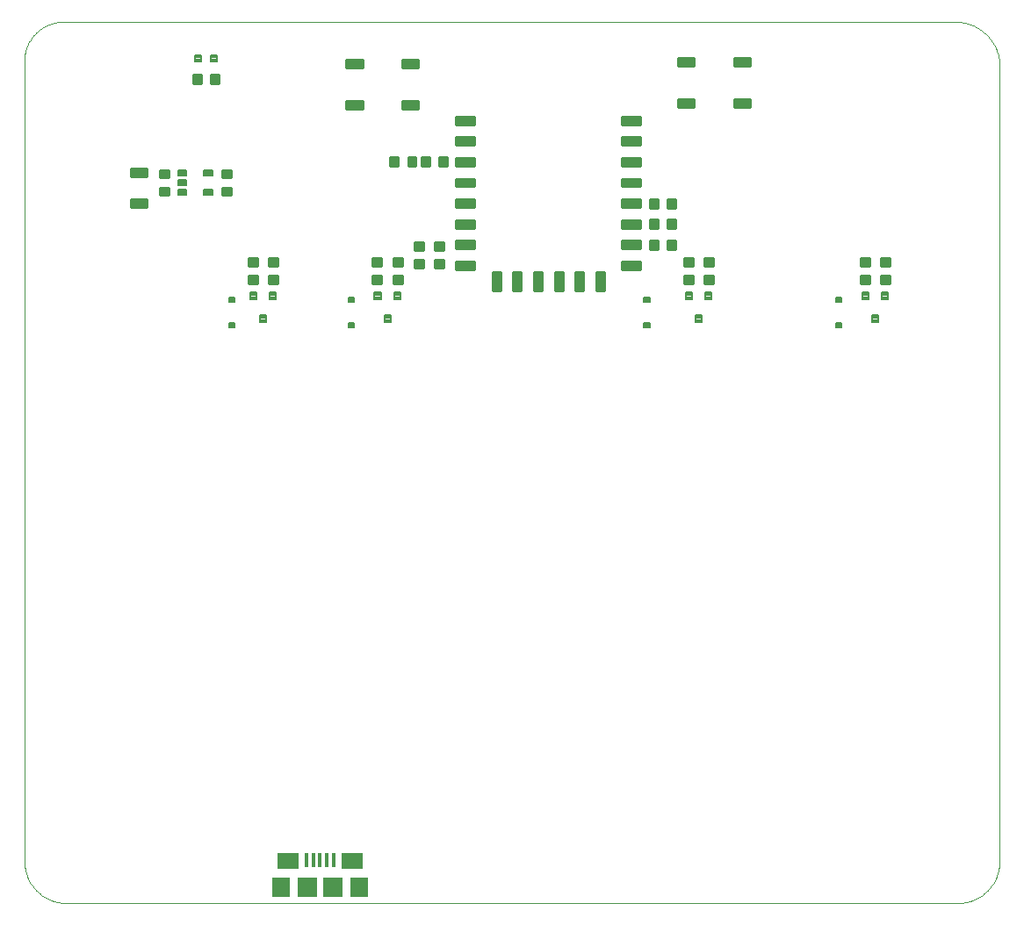
<source format=gtp>
G75*
%MOIN*%
%OFA0B0*%
%FSLAX25Y25*%
%IPPOS*%
%LPD*%
%AMOC8*
5,1,8,0,0,1.08239X$1,22.5*
%
%ADD10C,0.00000*%
%ADD11C,0.00984*%
%ADD12C,0.00787*%
%ADD13C,0.00689*%
%ADD14R,0.01575X0.05315*%
%ADD15R,0.08268X0.06299*%
%ADD16R,0.07087X0.07480*%
%ADD17R,0.07480X0.07480*%
%ADD18C,0.00551*%
D10*
X0064523Y0024622D02*
X0064523Y0327772D01*
X0064503Y0328129D01*
X0064492Y0328486D01*
X0064490Y0328844D01*
X0064497Y0329201D01*
X0064512Y0329559D01*
X0064535Y0329915D01*
X0064568Y0330271D01*
X0064609Y0330627D01*
X0064658Y0330981D01*
X0064716Y0331334D01*
X0064783Y0331685D01*
X0064858Y0332035D01*
X0064941Y0332382D01*
X0065033Y0332728D01*
X0065133Y0333071D01*
X0065242Y0333412D01*
X0065358Y0333750D01*
X0065483Y0334085D01*
X0065616Y0334417D01*
X0065757Y0334746D01*
X0065905Y0335071D01*
X0066062Y0335392D01*
X0066226Y0335710D01*
X0066398Y0336024D01*
X0066577Y0336333D01*
X0066764Y0336638D01*
X0066958Y0336938D01*
X0067159Y0337234D01*
X0067368Y0337524D01*
X0067583Y0337810D01*
X0067805Y0338090D01*
X0068034Y0338365D01*
X0068270Y0338634D01*
X0068512Y0338897D01*
X0068760Y0339154D01*
X0069014Y0339406D01*
X0069274Y0339651D01*
X0069541Y0339890D01*
X0069813Y0340122D01*
X0070090Y0340348D01*
X0070373Y0340566D01*
X0070661Y0340778D01*
X0070954Y0340983D01*
X0071252Y0341181D01*
X0071554Y0341372D01*
X0071861Y0341555D01*
X0072173Y0341731D01*
X0072488Y0341899D01*
X0072808Y0342059D01*
X0073131Y0342212D01*
X0073458Y0342357D01*
X0073788Y0342493D01*
X0074122Y0342622D01*
X0074459Y0342743D01*
X0074798Y0342856D01*
X0075140Y0342960D01*
X0075484Y0343056D01*
X0075831Y0343144D01*
X0076180Y0343223D01*
X0076530Y0343294D01*
X0076882Y0343356D01*
X0077236Y0343410D01*
X0077591Y0343455D01*
X0077946Y0343492D01*
X0078303Y0343520D01*
X0078302Y0343520D02*
X0416885Y0343520D01*
X0416885Y0343519D02*
X0417296Y0343538D01*
X0417707Y0343547D01*
X0418118Y0343546D01*
X0418530Y0343535D01*
X0418940Y0343514D01*
X0419351Y0343482D01*
X0419760Y0343441D01*
X0420168Y0343390D01*
X0420575Y0343328D01*
X0420980Y0343257D01*
X0421383Y0343175D01*
X0421784Y0343084D01*
X0422183Y0342983D01*
X0422579Y0342873D01*
X0422973Y0342752D01*
X0423363Y0342622D01*
X0423750Y0342482D01*
X0424133Y0342333D01*
X0424513Y0342175D01*
X0424888Y0342007D01*
X0425260Y0341830D01*
X0425627Y0341645D01*
X0425989Y0341450D01*
X0426346Y0341246D01*
X0426699Y0341034D01*
X0427046Y0340813D01*
X0427387Y0340583D01*
X0427723Y0340345D01*
X0428053Y0340100D01*
X0428376Y0339846D01*
X0428694Y0339584D01*
X0429004Y0339314D01*
X0429308Y0339037D01*
X0429606Y0338753D01*
X0429896Y0338461D01*
X0430179Y0338163D01*
X0430454Y0337857D01*
X0430722Y0337545D01*
X0430982Y0337226D01*
X0431234Y0336901D01*
X0431479Y0336570D01*
X0431715Y0336233D01*
X0431942Y0335891D01*
X0432161Y0335542D01*
X0432372Y0335189D01*
X0432574Y0334831D01*
X0432767Y0334467D01*
X0432951Y0334099D01*
X0433126Y0333727D01*
X0433291Y0333351D01*
X0433448Y0332970D01*
X0433595Y0332586D01*
X0433732Y0332198D01*
X0433860Y0331807D01*
X0433979Y0331413D01*
X0434088Y0331017D01*
X0434186Y0330617D01*
X0434276Y0330216D01*
X0434355Y0329812D01*
X0434424Y0329407D01*
X0434483Y0328999D01*
X0434533Y0328591D01*
X0434572Y0328182D01*
X0434601Y0327771D01*
X0434602Y0327772D02*
X0434602Y0024622D01*
X0434597Y0024241D01*
X0434584Y0023861D01*
X0434561Y0023481D01*
X0434528Y0023102D01*
X0434487Y0022724D01*
X0434437Y0022347D01*
X0434377Y0021971D01*
X0434309Y0021596D01*
X0434231Y0021224D01*
X0434144Y0020853D01*
X0434049Y0020485D01*
X0433944Y0020119D01*
X0433831Y0019756D01*
X0433709Y0019395D01*
X0433579Y0019038D01*
X0433439Y0018684D01*
X0433292Y0018333D01*
X0433135Y0017986D01*
X0432971Y0017643D01*
X0432798Y0017304D01*
X0432617Y0016969D01*
X0432428Y0016638D01*
X0432231Y0016313D01*
X0432027Y0015992D01*
X0431814Y0015676D01*
X0431594Y0015366D01*
X0431367Y0015060D01*
X0431132Y0014761D01*
X0430890Y0014467D01*
X0430642Y0014179D01*
X0430386Y0013897D01*
X0430123Y0013622D01*
X0429854Y0013353D01*
X0429579Y0013090D01*
X0429297Y0012834D01*
X0429009Y0012586D01*
X0428715Y0012344D01*
X0428416Y0012109D01*
X0428110Y0011882D01*
X0427800Y0011662D01*
X0427484Y0011449D01*
X0427163Y0011245D01*
X0426838Y0011048D01*
X0426507Y0010859D01*
X0426172Y0010678D01*
X0425833Y0010505D01*
X0425490Y0010341D01*
X0425143Y0010184D01*
X0424792Y0010037D01*
X0424438Y0009897D01*
X0424081Y0009767D01*
X0423720Y0009645D01*
X0423357Y0009532D01*
X0422991Y0009427D01*
X0422623Y0009332D01*
X0422252Y0009245D01*
X0421880Y0009167D01*
X0421505Y0009099D01*
X0421129Y0009039D01*
X0420752Y0008989D01*
X0420374Y0008948D01*
X0419995Y0008915D01*
X0419615Y0008892D01*
X0419235Y0008879D01*
X0418854Y0008874D01*
X0080271Y0008874D01*
X0079890Y0008879D01*
X0079510Y0008892D01*
X0079130Y0008915D01*
X0078751Y0008948D01*
X0078373Y0008989D01*
X0077996Y0009039D01*
X0077620Y0009099D01*
X0077245Y0009167D01*
X0076873Y0009245D01*
X0076502Y0009332D01*
X0076134Y0009427D01*
X0075768Y0009532D01*
X0075405Y0009645D01*
X0075044Y0009767D01*
X0074687Y0009897D01*
X0074333Y0010037D01*
X0073982Y0010184D01*
X0073635Y0010341D01*
X0073292Y0010505D01*
X0072953Y0010678D01*
X0072618Y0010859D01*
X0072287Y0011048D01*
X0071962Y0011245D01*
X0071641Y0011449D01*
X0071325Y0011662D01*
X0071015Y0011882D01*
X0070709Y0012109D01*
X0070410Y0012344D01*
X0070116Y0012586D01*
X0069828Y0012834D01*
X0069546Y0013090D01*
X0069271Y0013353D01*
X0069002Y0013622D01*
X0068739Y0013897D01*
X0068483Y0014179D01*
X0068235Y0014467D01*
X0067993Y0014761D01*
X0067758Y0015060D01*
X0067531Y0015366D01*
X0067311Y0015676D01*
X0067098Y0015992D01*
X0066894Y0016313D01*
X0066697Y0016638D01*
X0066508Y0016969D01*
X0066327Y0017304D01*
X0066154Y0017643D01*
X0065990Y0017986D01*
X0065833Y0018333D01*
X0065686Y0018684D01*
X0065546Y0019038D01*
X0065416Y0019395D01*
X0065294Y0019756D01*
X0065181Y0020119D01*
X0065076Y0020485D01*
X0064981Y0020853D01*
X0064894Y0021224D01*
X0064816Y0021596D01*
X0064748Y0021971D01*
X0064688Y0022347D01*
X0064638Y0022724D01*
X0064597Y0023102D01*
X0064564Y0023481D01*
X0064541Y0023861D01*
X0064528Y0024241D01*
X0064523Y0024622D01*
D11*
X0149464Y0244209D02*
X0149464Y0247161D01*
X0152810Y0247161D01*
X0152810Y0244209D01*
X0149464Y0244209D01*
X0149464Y0245144D02*
X0152810Y0245144D01*
X0152810Y0246079D02*
X0149464Y0246079D01*
X0149464Y0247014D02*
X0152810Y0247014D01*
X0149464Y0250902D02*
X0149464Y0253854D01*
X0152810Y0253854D01*
X0152810Y0250902D01*
X0149464Y0250902D01*
X0149464Y0251837D02*
X0152810Y0251837D01*
X0152810Y0252772D02*
X0149464Y0252772D01*
X0149464Y0253707D02*
X0152810Y0253707D01*
X0157338Y0253854D02*
X0157338Y0250902D01*
X0157338Y0253854D02*
X0160684Y0253854D01*
X0160684Y0250902D01*
X0157338Y0250902D01*
X0157338Y0251837D02*
X0160684Y0251837D01*
X0160684Y0252772D02*
X0157338Y0252772D01*
X0157338Y0253707D02*
X0160684Y0253707D01*
X0157338Y0247161D02*
X0157338Y0244209D01*
X0157338Y0247161D02*
X0160684Y0247161D01*
X0160684Y0244209D01*
X0157338Y0244209D01*
X0157338Y0245144D02*
X0160684Y0245144D01*
X0160684Y0246079D02*
X0157338Y0246079D01*
X0157338Y0247014D02*
X0160684Y0247014D01*
X0139622Y0277674D02*
X0139622Y0280626D01*
X0142968Y0280626D01*
X0142968Y0277674D01*
X0139622Y0277674D01*
X0139622Y0278609D02*
X0142968Y0278609D01*
X0142968Y0279544D02*
X0139622Y0279544D01*
X0139622Y0280479D02*
X0142968Y0280479D01*
X0139622Y0284367D02*
X0139622Y0287319D01*
X0142968Y0287319D01*
X0142968Y0284367D01*
X0139622Y0284367D01*
X0139622Y0285302D02*
X0142968Y0285302D01*
X0142968Y0286237D02*
X0139622Y0286237D01*
X0139622Y0287172D02*
X0142968Y0287172D01*
X0116000Y0287319D02*
X0116000Y0284367D01*
X0116000Y0287319D02*
X0119346Y0287319D01*
X0119346Y0284367D01*
X0116000Y0284367D01*
X0116000Y0285302D02*
X0119346Y0285302D01*
X0119346Y0286237D02*
X0116000Y0286237D01*
X0116000Y0287172D02*
X0119346Y0287172D01*
X0116000Y0280626D02*
X0116000Y0277674D01*
X0116000Y0280626D02*
X0119346Y0280626D01*
X0119346Y0277674D01*
X0116000Y0277674D01*
X0116000Y0278609D02*
X0119346Y0278609D01*
X0119346Y0279544D02*
X0116000Y0279544D01*
X0116000Y0280479D02*
X0119346Y0280479D01*
X0104779Y0276098D02*
X0104779Y0273146D01*
X0104779Y0276098D02*
X0110881Y0276098D01*
X0110881Y0273146D01*
X0104779Y0273146D01*
X0104779Y0274081D02*
X0110881Y0274081D01*
X0110881Y0275016D02*
X0104779Y0275016D01*
X0104779Y0275951D02*
X0110881Y0275951D01*
X0104779Y0284957D02*
X0104779Y0287909D01*
X0110881Y0287909D01*
X0110881Y0284957D01*
X0104779Y0284957D01*
X0104779Y0285892D02*
X0110881Y0285892D01*
X0110881Y0286827D02*
X0104779Y0286827D01*
X0104779Y0287762D02*
X0110881Y0287762D01*
X0128598Y0320193D02*
X0131550Y0320193D01*
X0128598Y0320193D02*
X0128598Y0323539D01*
X0131550Y0323539D01*
X0131550Y0320193D01*
X0131550Y0321128D02*
X0128598Y0321128D01*
X0128598Y0322063D02*
X0131550Y0322063D01*
X0131550Y0322998D02*
X0128598Y0322998D01*
X0135291Y0320193D02*
X0138243Y0320193D01*
X0135291Y0320193D02*
X0135291Y0323539D01*
X0138243Y0323539D01*
X0138243Y0320193D01*
X0138243Y0321128D02*
X0135291Y0321128D01*
X0135291Y0322063D02*
X0138243Y0322063D01*
X0138243Y0322998D02*
X0135291Y0322998D01*
X0186669Y0329248D02*
X0192771Y0329248D01*
X0192771Y0326296D01*
X0186669Y0326296D01*
X0186669Y0329248D01*
X0186669Y0327231D02*
X0192771Y0327231D01*
X0192771Y0328166D02*
X0186669Y0328166D01*
X0186669Y0329101D02*
X0192771Y0329101D01*
X0192771Y0313500D02*
X0186669Y0313500D01*
X0192771Y0313500D02*
X0192771Y0310548D01*
X0186669Y0310548D01*
X0186669Y0313500D01*
X0186669Y0311483D02*
X0192771Y0311483D01*
X0192771Y0312418D02*
X0186669Y0312418D01*
X0186669Y0313353D02*
X0192771Y0313353D01*
X0207929Y0313500D02*
X0214031Y0313500D01*
X0214031Y0310548D01*
X0207929Y0310548D01*
X0207929Y0313500D01*
X0207929Y0311483D02*
X0214031Y0311483D01*
X0214031Y0312418D02*
X0207929Y0312418D01*
X0207929Y0313353D02*
X0214031Y0313353D01*
X0214031Y0329248D02*
X0207929Y0329248D01*
X0214031Y0329248D02*
X0214031Y0326296D01*
X0207929Y0326296D01*
X0207929Y0329248D01*
X0207929Y0327231D02*
X0214031Y0327231D01*
X0214031Y0328166D02*
X0207929Y0328166D01*
X0207929Y0329101D02*
X0214031Y0329101D01*
X0228401Y0304642D02*
X0235291Y0304642D01*
X0228401Y0304642D02*
X0228401Y0307594D01*
X0235291Y0307594D01*
X0235291Y0304642D01*
X0235291Y0305577D02*
X0228401Y0305577D01*
X0228401Y0306512D02*
X0235291Y0306512D01*
X0235291Y0307447D02*
X0228401Y0307447D01*
X0228401Y0296768D02*
X0235291Y0296768D01*
X0228401Y0296768D02*
X0228401Y0299720D01*
X0235291Y0299720D01*
X0235291Y0296768D01*
X0235291Y0297703D02*
X0228401Y0297703D01*
X0228401Y0298638D02*
X0235291Y0298638D01*
X0235291Y0299573D02*
X0228401Y0299573D01*
X0228401Y0288894D02*
X0235291Y0288894D01*
X0228401Y0288894D02*
X0228401Y0291846D01*
X0235291Y0291846D01*
X0235291Y0288894D01*
X0235291Y0289829D02*
X0228401Y0289829D01*
X0228401Y0290764D02*
X0235291Y0290764D01*
X0235291Y0291699D02*
X0228401Y0291699D01*
X0224857Y0292043D02*
X0221905Y0292043D01*
X0224857Y0292043D02*
X0224857Y0288697D01*
X0221905Y0288697D01*
X0221905Y0292043D01*
X0221905Y0289632D02*
X0224857Y0289632D01*
X0224857Y0290567D02*
X0221905Y0290567D01*
X0221905Y0291502D02*
X0224857Y0291502D01*
X0218164Y0292043D02*
X0215212Y0292043D01*
X0218164Y0292043D02*
X0218164Y0288697D01*
X0215212Y0288697D01*
X0215212Y0292043D01*
X0215212Y0289632D02*
X0218164Y0289632D01*
X0218164Y0290567D02*
X0215212Y0290567D01*
X0215212Y0291502D02*
X0218164Y0291502D01*
X0213046Y0288697D02*
X0210094Y0288697D01*
X0210094Y0292043D01*
X0213046Y0292043D01*
X0213046Y0288697D01*
X0213046Y0289632D02*
X0210094Y0289632D01*
X0210094Y0290567D02*
X0213046Y0290567D01*
X0213046Y0291502D02*
X0210094Y0291502D01*
X0206353Y0288697D02*
X0203401Y0288697D01*
X0203401Y0292043D01*
X0206353Y0292043D01*
X0206353Y0288697D01*
X0206353Y0289632D02*
X0203401Y0289632D01*
X0203401Y0290567D02*
X0206353Y0290567D01*
X0206353Y0291502D02*
X0203401Y0291502D01*
X0228401Y0281020D02*
X0235291Y0281020D01*
X0228401Y0281020D02*
X0228401Y0283972D01*
X0235291Y0283972D01*
X0235291Y0281020D01*
X0235291Y0281955D02*
X0228401Y0281955D01*
X0228401Y0282890D02*
X0235291Y0282890D01*
X0235291Y0283825D02*
X0228401Y0283825D01*
X0228401Y0273146D02*
X0235291Y0273146D01*
X0228401Y0273146D02*
X0228401Y0276098D01*
X0235291Y0276098D01*
X0235291Y0273146D01*
X0235291Y0274081D02*
X0228401Y0274081D01*
X0228401Y0275016D02*
X0235291Y0275016D01*
X0235291Y0275951D02*
X0228401Y0275951D01*
X0228401Y0265272D02*
X0235291Y0265272D01*
X0228401Y0265272D02*
X0228401Y0268224D01*
X0235291Y0268224D01*
X0235291Y0265272D01*
X0235291Y0266207D02*
X0228401Y0266207D01*
X0228401Y0267142D02*
X0235291Y0267142D01*
X0235291Y0268077D02*
X0228401Y0268077D01*
X0228401Y0257398D02*
X0235291Y0257398D01*
X0228401Y0257398D02*
X0228401Y0260350D01*
X0235291Y0260350D01*
X0235291Y0257398D01*
X0235291Y0258333D02*
X0228401Y0258333D01*
X0228401Y0259268D02*
X0235291Y0259268D01*
X0235291Y0260203D02*
X0228401Y0260203D01*
X0223676Y0259759D02*
X0223676Y0256807D01*
X0220330Y0256807D01*
X0220330Y0259759D01*
X0223676Y0259759D01*
X0223676Y0257742D02*
X0220330Y0257742D01*
X0220330Y0258677D02*
X0223676Y0258677D01*
X0223676Y0259612D02*
X0220330Y0259612D01*
X0215802Y0259759D02*
X0215802Y0256807D01*
X0212456Y0256807D01*
X0212456Y0259759D01*
X0215802Y0259759D01*
X0215802Y0257742D02*
X0212456Y0257742D01*
X0212456Y0258677D02*
X0215802Y0258677D01*
X0215802Y0259612D02*
X0212456Y0259612D01*
X0215802Y0253067D02*
X0215802Y0250115D01*
X0212456Y0250115D01*
X0212456Y0253067D01*
X0215802Y0253067D01*
X0215802Y0251050D02*
X0212456Y0251050D01*
X0212456Y0251985D02*
X0215802Y0251985D01*
X0215802Y0252920D02*
X0212456Y0252920D01*
X0204582Y0253854D02*
X0204582Y0250902D01*
X0204582Y0253854D02*
X0207928Y0253854D01*
X0207928Y0250902D01*
X0204582Y0250902D01*
X0204582Y0251837D02*
X0207928Y0251837D01*
X0207928Y0252772D02*
X0204582Y0252772D01*
X0204582Y0253707D02*
X0207928Y0253707D01*
X0204582Y0247161D02*
X0204582Y0244209D01*
X0204582Y0247161D02*
X0207928Y0247161D01*
X0207928Y0244209D01*
X0204582Y0244209D01*
X0204582Y0245144D02*
X0207928Y0245144D01*
X0207928Y0246079D02*
X0204582Y0246079D01*
X0204582Y0247014D02*
X0207928Y0247014D01*
X0196708Y0247161D02*
X0196708Y0244209D01*
X0196708Y0247161D02*
X0200054Y0247161D01*
X0200054Y0244209D01*
X0196708Y0244209D01*
X0196708Y0245144D02*
X0200054Y0245144D01*
X0200054Y0246079D02*
X0196708Y0246079D01*
X0196708Y0247014D02*
X0200054Y0247014D01*
X0196708Y0250902D02*
X0196708Y0253854D01*
X0200054Y0253854D01*
X0200054Y0250902D01*
X0196708Y0250902D01*
X0196708Y0251837D02*
X0200054Y0251837D01*
X0200054Y0252772D02*
X0196708Y0252772D01*
X0196708Y0253707D02*
X0200054Y0253707D01*
X0223676Y0253067D02*
X0223676Y0250115D01*
X0220330Y0250115D01*
X0220330Y0253067D01*
X0223676Y0253067D01*
X0223676Y0251050D02*
X0220330Y0251050D01*
X0220330Y0251985D02*
X0223676Y0251985D01*
X0223676Y0252920D02*
X0220330Y0252920D01*
X0228401Y0249524D02*
X0235291Y0249524D01*
X0228401Y0249524D02*
X0228401Y0252476D01*
X0235291Y0252476D01*
X0235291Y0249524D01*
X0235291Y0250459D02*
X0228401Y0250459D01*
X0228401Y0251394D02*
X0235291Y0251394D01*
X0235291Y0252329D02*
X0228401Y0252329D01*
X0242181Y0241649D02*
X0245133Y0241649D01*
X0242181Y0241649D02*
X0242181Y0248539D01*
X0245133Y0248539D01*
X0245133Y0241649D01*
X0245133Y0242584D02*
X0242181Y0242584D01*
X0242181Y0243519D02*
X0245133Y0243519D01*
X0245133Y0244454D02*
X0242181Y0244454D01*
X0242181Y0245389D02*
X0245133Y0245389D01*
X0245133Y0246324D02*
X0242181Y0246324D01*
X0242181Y0247259D02*
X0245133Y0247259D01*
X0245133Y0248194D02*
X0242181Y0248194D01*
X0250055Y0241649D02*
X0253007Y0241649D01*
X0250055Y0241649D02*
X0250055Y0248539D01*
X0253007Y0248539D01*
X0253007Y0241649D01*
X0253007Y0242584D02*
X0250055Y0242584D01*
X0250055Y0243519D02*
X0253007Y0243519D01*
X0253007Y0244454D02*
X0250055Y0244454D01*
X0250055Y0245389D02*
X0253007Y0245389D01*
X0253007Y0246324D02*
X0250055Y0246324D01*
X0250055Y0247259D02*
X0253007Y0247259D01*
X0253007Y0248194D02*
X0250055Y0248194D01*
X0257929Y0241649D02*
X0260881Y0241649D01*
X0257929Y0241649D02*
X0257929Y0248539D01*
X0260881Y0248539D01*
X0260881Y0241649D01*
X0260881Y0242584D02*
X0257929Y0242584D01*
X0257929Y0243519D02*
X0260881Y0243519D01*
X0260881Y0244454D02*
X0257929Y0244454D01*
X0257929Y0245389D02*
X0260881Y0245389D01*
X0260881Y0246324D02*
X0257929Y0246324D01*
X0257929Y0247259D02*
X0260881Y0247259D01*
X0260881Y0248194D02*
X0257929Y0248194D01*
X0265803Y0241649D02*
X0268755Y0241649D01*
X0265803Y0241649D02*
X0265803Y0248539D01*
X0268755Y0248539D01*
X0268755Y0241649D01*
X0268755Y0242584D02*
X0265803Y0242584D01*
X0265803Y0243519D02*
X0268755Y0243519D01*
X0268755Y0244454D02*
X0265803Y0244454D01*
X0265803Y0245389D02*
X0268755Y0245389D01*
X0268755Y0246324D02*
X0265803Y0246324D01*
X0265803Y0247259D02*
X0268755Y0247259D01*
X0268755Y0248194D02*
X0265803Y0248194D01*
X0273677Y0241649D02*
X0276629Y0241649D01*
X0273677Y0241649D02*
X0273677Y0248539D01*
X0276629Y0248539D01*
X0276629Y0241649D01*
X0276629Y0242584D02*
X0273677Y0242584D01*
X0273677Y0243519D02*
X0276629Y0243519D01*
X0276629Y0244454D02*
X0273677Y0244454D01*
X0273677Y0245389D02*
X0276629Y0245389D01*
X0276629Y0246324D02*
X0273677Y0246324D01*
X0273677Y0247259D02*
X0276629Y0247259D01*
X0276629Y0248194D02*
X0273677Y0248194D01*
X0281551Y0241649D02*
X0284503Y0241649D01*
X0281551Y0241649D02*
X0281551Y0248539D01*
X0284503Y0248539D01*
X0284503Y0241649D01*
X0284503Y0242584D02*
X0281551Y0242584D01*
X0281551Y0243519D02*
X0284503Y0243519D01*
X0284503Y0244454D02*
X0281551Y0244454D01*
X0281551Y0245389D02*
X0284503Y0245389D01*
X0284503Y0246324D02*
X0281551Y0246324D01*
X0281551Y0247259D02*
X0284503Y0247259D01*
X0284503Y0248194D02*
X0281551Y0248194D01*
X0291393Y0249524D02*
X0298283Y0249524D01*
X0291393Y0249524D02*
X0291393Y0252476D01*
X0298283Y0252476D01*
X0298283Y0249524D01*
X0298283Y0250459D02*
X0291393Y0250459D01*
X0291393Y0251394D02*
X0298283Y0251394D01*
X0298283Y0252329D02*
X0291393Y0252329D01*
X0291393Y0257398D02*
X0298283Y0257398D01*
X0291393Y0257398D02*
X0291393Y0260350D01*
X0298283Y0260350D01*
X0298283Y0257398D01*
X0298283Y0258333D02*
X0291393Y0258333D01*
X0291393Y0259268D02*
X0298283Y0259268D01*
X0298283Y0260203D02*
X0291393Y0260203D01*
X0291393Y0265272D02*
X0298283Y0265272D01*
X0291393Y0265272D02*
X0291393Y0268224D01*
X0298283Y0268224D01*
X0298283Y0265272D01*
X0298283Y0266207D02*
X0291393Y0266207D01*
X0291393Y0267142D02*
X0298283Y0267142D01*
X0298283Y0268077D02*
X0291393Y0268077D01*
X0291393Y0273146D02*
X0298283Y0273146D01*
X0291393Y0273146D02*
X0291393Y0276098D01*
X0298283Y0276098D01*
X0298283Y0273146D01*
X0298283Y0274081D02*
X0291393Y0274081D01*
X0291393Y0275016D02*
X0298283Y0275016D01*
X0298283Y0275951D02*
X0291393Y0275951D01*
X0291393Y0281020D02*
X0298283Y0281020D01*
X0291393Y0281020D02*
X0291393Y0283972D01*
X0298283Y0283972D01*
X0298283Y0281020D01*
X0298283Y0281955D02*
X0291393Y0281955D01*
X0291393Y0282890D02*
X0298283Y0282890D01*
X0298283Y0283825D02*
X0291393Y0283825D01*
X0291393Y0288894D02*
X0298283Y0288894D01*
X0291393Y0288894D02*
X0291393Y0291846D01*
X0298283Y0291846D01*
X0298283Y0288894D01*
X0298283Y0289829D02*
X0291393Y0289829D01*
X0291393Y0290764D02*
X0298283Y0290764D01*
X0298283Y0291699D02*
X0291393Y0291699D01*
X0291393Y0296768D02*
X0298283Y0296768D01*
X0291393Y0296768D02*
X0291393Y0299720D01*
X0298283Y0299720D01*
X0298283Y0296768D01*
X0298283Y0297703D02*
X0291393Y0297703D01*
X0291393Y0298638D02*
X0298283Y0298638D01*
X0298283Y0299573D02*
X0291393Y0299573D01*
X0291393Y0304642D02*
X0298283Y0304642D01*
X0291393Y0304642D02*
X0291393Y0307594D01*
X0298283Y0307594D01*
X0298283Y0304642D01*
X0298283Y0305577D02*
X0291393Y0305577D01*
X0291393Y0306512D02*
X0298283Y0306512D01*
X0298283Y0307447D02*
X0291393Y0307447D01*
X0312574Y0314051D02*
X0318676Y0314051D01*
X0318676Y0311099D01*
X0312574Y0311099D01*
X0312574Y0314051D01*
X0312574Y0312034D02*
X0318676Y0312034D01*
X0318676Y0312969D02*
X0312574Y0312969D01*
X0312574Y0313904D02*
X0318676Y0313904D01*
X0318676Y0329799D02*
X0312574Y0329799D01*
X0318676Y0329799D02*
X0318676Y0326847D01*
X0312574Y0326847D01*
X0312574Y0329799D01*
X0312574Y0327782D02*
X0318676Y0327782D01*
X0318676Y0328717D02*
X0312574Y0328717D01*
X0312574Y0329652D02*
X0318676Y0329652D01*
X0333834Y0329799D02*
X0339936Y0329799D01*
X0339936Y0326847D01*
X0333834Y0326847D01*
X0333834Y0329799D01*
X0333834Y0327782D02*
X0339936Y0327782D01*
X0339936Y0328717D02*
X0333834Y0328717D01*
X0333834Y0329652D02*
X0339936Y0329652D01*
X0339936Y0314051D02*
X0333834Y0314051D01*
X0339936Y0314051D02*
X0339936Y0311099D01*
X0333834Y0311099D01*
X0333834Y0314051D01*
X0333834Y0312034D02*
X0339936Y0312034D01*
X0339936Y0312969D02*
X0333834Y0312969D01*
X0333834Y0313904D02*
X0339936Y0313904D01*
X0311471Y0272949D02*
X0308519Y0272949D01*
X0308519Y0276295D01*
X0311471Y0276295D01*
X0311471Y0272949D01*
X0311471Y0273884D02*
X0308519Y0273884D01*
X0308519Y0274819D02*
X0311471Y0274819D01*
X0311471Y0275754D02*
X0308519Y0275754D01*
X0304778Y0272949D02*
X0301826Y0272949D01*
X0301826Y0276295D01*
X0304778Y0276295D01*
X0304778Y0272949D01*
X0304778Y0273884D02*
X0301826Y0273884D01*
X0301826Y0274819D02*
X0304778Y0274819D01*
X0304778Y0275754D02*
X0301826Y0275754D01*
X0301826Y0265075D02*
X0304778Y0265075D01*
X0301826Y0265075D02*
X0301826Y0268421D01*
X0304778Y0268421D01*
X0304778Y0265075D01*
X0304778Y0266010D02*
X0301826Y0266010D01*
X0301826Y0266945D02*
X0304778Y0266945D01*
X0304778Y0267880D02*
X0301826Y0267880D01*
X0308519Y0265075D02*
X0311471Y0265075D01*
X0308519Y0265075D02*
X0308519Y0268421D01*
X0311471Y0268421D01*
X0311471Y0265075D01*
X0311471Y0266010D02*
X0308519Y0266010D01*
X0308519Y0266945D02*
X0311471Y0266945D01*
X0311471Y0267880D02*
X0308519Y0267880D01*
X0308519Y0260547D02*
X0311471Y0260547D01*
X0311471Y0257201D01*
X0308519Y0257201D01*
X0308519Y0260547D01*
X0308519Y0258136D02*
X0311471Y0258136D01*
X0311471Y0259071D02*
X0308519Y0259071D01*
X0308519Y0260006D02*
X0311471Y0260006D01*
X0304778Y0260547D02*
X0301826Y0260547D01*
X0304778Y0260547D02*
X0304778Y0257201D01*
X0301826Y0257201D01*
X0301826Y0260547D01*
X0301826Y0258136D02*
X0304778Y0258136D01*
X0304778Y0259071D02*
X0301826Y0259071D01*
X0301826Y0260006D02*
X0304778Y0260006D01*
X0314818Y0253854D02*
X0314818Y0250902D01*
X0314818Y0253854D02*
X0318164Y0253854D01*
X0318164Y0250902D01*
X0314818Y0250902D01*
X0314818Y0251837D02*
X0318164Y0251837D01*
X0318164Y0252772D02*
X0314818Y0252772D01*
X0314818Y0253707D02*
X0318164Y0253707D01*
X0322692Y0253854D02*
X0322692Y0250902D01*
X0322692Y0253854D02*
X0326038Y0253854D01*
X0326038Y0250902D01*
X0322692Y0250902D01*
X0322692Y0251837D02*
X0326038Y0251837D01*
X0326038Y0252772D02*
X0322692Y0252772D01*
X0322692Y0253707D02*
X0326038Y0253707D01*
X0322692Y0247161D02*
X0322692Y0244209D01*
X0322692Y0247161D02*
X0326038Y0247161D01*
X0326038Y0244209D01*
X0322692Y0244209D01*
X0322692Y0245144D02*
X0326038Y0245144D01*
X0326038Y0246079D02*
X0322692Y0246079D01*
X0322692Y0247014D02*
X0326038Y0247014D01*
X0314818Y0247161D02*
X0314818Y0244209D01*
X0314818Y0247161D02*
X0318164Y0247161D01*
X0318164Y0244209D01*
X0314818Y0244209D01*
X0314818Y0245144D02*
X0318164Y0245144D01*
X0318164Y0246079D02*
X0314818Y0246079D01*
X0314818Y0247014D02*
X0318164Y0247014D01*
X0381748Y0247161D02*
X0381748Y0244209D01*
X0381748Y0247161D02*
X0385094Y0247161D01*
X0385094Y0244209D01*
X0381748Y0244209D01*
X0381748Y0245144D02*
X0385094Y0245144D01*
X0385094Y0246079D02*
X0381748Y0246079D01*
X0381748Y0247014D02*
X0385094Y0247014D01*
X0381748Y0250902D02*
X0381748Y0253854D01*
X0385094Y0253854D01*
X0385094Y0250902D01*
X0381748Y0250902D01*
X0381748Y0251837D02*
X0385094Y0251837D01*
X0385094Y0252772D02*
X0381748Y0252772D01*
X0381748Y0253707D02*
X0385094Y0253707D01*
X0389622Y0253854D02*
X0389622Y0250902D01*
X0389622Y0253854D02*
X0392968Y0253854D01*
X0392968Y0250902D01*
X0389622Y0250902D01*
X0389622Y0251837D02*
X0392968Y0251837D01*
X0392968Y0252772D02*
X0389622Y0252772D01*
X0389622Y0253707D02*
X0392968Y0253707D01*
X0389622Y0247161D02*
X0389622Y0244209D01*
X0389622Y0247161D02*
X0392968Y0247161D01*
X0392968Y0244209D01*
X0389622Y0244209D01*
X0389622Y0245144D02*
X0392968Y0245144D01*
X0392968Y0246079D02*
X0389622Y0246079D01*
X0389622Y0247014D02*
X0392968Y0247014D01*
D12*
X0392280Y0240961D02*
X0389916Y0240961D01*
X0392280Y0240961D02*
X0392280Y0238205D01*
X0389916Y0238205D01*
X0389916Y0240961D01*
X0389916Y0238953D02*
X0392280Y0238953D01*
X0392280Y0239701D02*
X0389916Y0239701D01*
X0389916Y0240449D02*
X0392280Y0240449D01*
X0384799Y0240961D02*
X0382435Y0240961D01*
X0384799Y0240961D02*
X0384799Y0238205D01*
X0382435Y0238205D01*
X0382435Y0240961D01*
X0382435Y0238953D02*
X0384799Y0238953D01*
X0384799Y0239701D02*
X0382435Y0239701D01*
X0382435Y0240449D02*
X0384799Y0240449D01*
X0386176Y0232299D02*
X0388540Y0232299D01*
X0388540Y0229543D01*
X0386176Y0229543D01*
X0386176Y0232299D01*
X0386176Y0230291D02*
X0388540Y0230291D01*
X0388540Y0231039D02*
X0386176Y0231039D01*
X0386176Y0231787D02*
X0388540Y0231787D01*
X0325351Y0240961D02*
X0322987Y0240961D01*
X0325351Y0240961D02*
X0325351Y0238205D01*
X0322987Y0238205D01*
X0322987Y0240961D01*
X0322987Y0238953D02*
X0325351Y0238953D01*
X0325351Y0239701D02*
X0322987Y0239701D01*
X0322987Y0240449D02*
X0325351Y0240449D01*
X0317870Y0240961D02*
X0315506Y0240961D01*
X0317870Y0240961D02*
X0317870Y0238205D01*
X0315506Y0238205D01*
X0315506Y0240961D01*
X0315506Y0238953D02*
X0317870Y0238953D01*
X0317870Y0239701D02*
X0315506Y0239701D01*
X0315506Y0240449D02*
X0317870Y0240449D01*
X0319246Y0232299D02*
X0321610Y0232299D01*
X0321610Y0229543D01*
X0319246Y0229543D01*
X0319246Y0232299D01*
X0319246Y0230291D02*
X0321610Y0230291D01*
X0321610Y0231039D02*
X0319246Y0231039D01*
X0319246Y0231787D02*
X0321610Y0231787D01*
X0207240Y0240961D02*
X0204876Y0240961D01*
X0207240Y0240961D02*
X0207240Y0238205D01*
X0204876Y0238205D01*
X0204876Y0240961D01*
X0204876Y0238953D02*
X0207240Y0238953D01*
X0207240Y0239701D02*
X0204876Y0239701D01*
X0204876Y0240449D02*
X0207240Y0240449D01*
X0199760Y0240961D02*
X0197396Y0240961D01*
X0199760Y0240961D02*
X0199760Y0238205D01*
X0197396Y0238205D01*
X0197396Y0240961D01*
X0197396Y0238953D02*
X0199760Y0238953D01*
X0199760Y0239701D02*
X0197396Y0239701D01*
X0197396Y0240449D02*
X0199760Y0240449D01*
X0201136Y0232299D02*
X0203500Y0232299D01*
X0203500Y0229543D01*
X0201136Y0229543D01*
X0201136Y0232299D01*
X0201136Y0230291D02*
X0203500Y0230291D01*
X0203500Y0231039D02*
X0201136Y0231039D01*
X0201136Y0231787D02*
X0203500Y0231787D01*
X0159996Y0240961D02*
X0157632Y0240961D01*
X0159996Y0240961D02*
X0159996Y0238205D01*
X0157632Y0238205D01*
X0157632Y0240961D01*
X0157632Y0238953D02*
X0159996Y0238953D01*
X0159996Y0239701D02*
X0157632Y0239701D01*
X0157632Y0240449D02*
X0159996Y0240449D01*
X0152516Y0240961D02*
X0150152Y0240961D01*
X0152516Y0240961D02*
X0152516Y0238205D01*
X0150152Y0238205D01*
X0150152Y0240961D01*
X0150152Y0238953D02*
X0152516Y0238953D01*
X0152516Y0239701D02*
X0150152Y0239701D01*
X0150152Y0240449D02*
X0152516Y0240449D01*
X0153892Y0232299D02*
X0156256Y0232299D01*
X0156256Y0229543D01*
X0153892Y0229543D01*
X0153892Y0232299D01*
X0153892Y0230291D02*
X0156256Y0230291D01*
X0156256Y0231039D02*
X0153892Y0231039D01*
X0153892Y0231787D02*
X0156256Y0231787D01*
X0137555Y0328558D02*
X0135191Y0328558D01*
X0135191Y0330922D01*
X0137555Y0330922D01*
X0137555Y0328558D01*
X0137555Y0329306D02*
X0135191Y0329306D01*
X0135191Y0330054D02*
X0137555Y0330054D01*
X0137555Y0330802D02*
X0135191Y0330802D01*
X0131650Y0328558D02*
X0129286Y0328558D01*
X0129286Y0330922D01*
X0131650Y0330922D01*
X0131650Y0328558D01*
X0131650Y0329306D02*
X0129286Y0329306D01*
X0129286Y0330054D02*
X0131650Y0330054D01*
X0131650Y0330802D02*
X0129286Y0330802D01*
D13*
X0122741Y0287270D02*
X0122741Y0285202D01*
X0122741Y0287270D02*
X0125989Y0287270D01*
X0125989Y0285202D01*
X0122741Y0285202D01*
X0122741Y0285857D02*
X0125989Y0285857D01*
X0125989Y0286512D02*
X0122741Y0286512D01*
X0122741Y0287167D02*
X0125989Y0287167D01*
X0122741Y0283530D02*
X0122741Y0281462D01*
X0122741Y0283530D02*
X0125989Y0283530D01*
X0125989Y0281462D01*
X0122741Y0281462D01*
X0122741Y0282117D02*
X0125989Y0282117D01*
X0125989Y0282772D02*
X0122741Y0282772D01*
X0122741Y0283427D02*
X0125989Y0283427D01*
X0122741Y0279790D02*
X0122741Y0277722D01*
X0122741Y0279790D02*
X0125989Y0279790D01*
X0125989Y0277722D01*
X0122741Y0277722D01*
X0122741Y0278377D02*
X0125989Y0278377D01*
X0125989Y0279032D02*
X0122741Y0279032D01*
X0122741Y0279687D02*
X0125989Y0279687D01*
X0132584Y0279790D02*
X0132584Y0277722D01*
X0132584Y0279790D02*
X0135832Y0279790D01*
X0135832Y0277722D01*
X0132584Y0277722D01*
X0132584Y0278377D02*
X0135832Y0278377D01*
X0135832Y0279032D02*
X0132584Y0279032D01*
X0132584Y0279687D02*
X0135832Y0279687D01*
X0132584Y0285202D02*
X0132584Y0287270D01*
X0135832Y0287270D01*
X0135832Y0285202D01*
X0132584Y0285202D01*
X0132584Y0285857D02*
X0135832Y0285857D01*
X0135832Y0286512D02*
X0132584Y0286512D01*
X0132584Y0287167D02*
X0135832Y0287167D01*
D14*
X0171610Y0025311D03*
X0174169Y0025311D03*
X0176728Y0025311D03*
X0179287Y0025311D03*
X0181846Y0025311D03*
D15*
X0188932Y0024819D03*
X0164523Y0024819D03*
D16*
X0161767Y0014780D03*
X0191688Y0014780D03*
D17*
X0181452Y0014780D03*
X0172003Y0014780D03*
D18*
X0187476Y0227653D02*
X0187476Y0229307D01*
X0189602Y0229307D01*
X0189602Y0227653D01*
X0187476Y0227653D01*
X0187476Y0228176D02*
X0189602Y0228176D01*
X0189602Y0228699D02*
X0187476Y0228699D01*
X0187476Y0229222D02*
X0189602Y0229222D01*
X0187476Y0237260D02*
X0187476Y0238914D01*
X0189602Y0238914D01*
X0189602Y0237260D01*
X0187476Y0237260D01*
X0187476Y0237783D02*
X0189602Y0237783D01*
X0189602Y0238306D02*
X0187476Y0238306D01*
X0187476Y0238829D02*
X0189602Y0238829D01*
X0142200Y0238914D02*
X0142200Y0237260D01*
X0142200Y0238914D02*
X0144326Y0238914D01*
X0144326Y0237260D01*
X0142200Y0237260D01*
X0142200Y0237783D02*
X0144326Y0237783D01*
X0144326Y0238306D02*
X0142200Y0238306D01*
X0142200Y0238829D02*
X0144326Y0238829D01*
X0142200Y0229307D02*
X0142200Y0227653D01*
X0142200Y0229307D02*
X0144326Y0229307D01*
X0144326Y0227653D01*
X0142200Y0227653D01*
X0142200Y0228176D02*
X0144326Y0228176D01*
X0144326Y0228699D02*
X0142200Y0228699D01*
X0142200Y0229222D02*
X0144326Y0229222D01*
X0299680Y0229307D02*
X0299680Y0227653D01*
X0299680Y0229307D02*
X0301806Y0229307D01*
X0301806Y0227653D01*
X0299680Y0227653D01*
X0299680Y0228176D02*
X0301806Y0228176D01*
X0301806Y0228699D02*
X0299680Y0228699D01*
X0299680Y0229222D02*
X0301806Y0229222D01*
X0299680Y0237260D02*
X0299680Y0238914D01*
X0301806Y0238914D01*
X0301806Y0237260D01*
X0299680Y0237260D01*
X0299680Y0237783D02*
X0301806Y0237783D01*
X0301806Y0238306D02*
X0299680Y0238306D01*
X0299680Y0238829D02*
X0301806Y0238829D01*
X0372515Y0238914D02*
X0372515Y0237260D01*
X0372515Y0238914D02*
X0374641Y0238914D01*
X0374641Y0237260D01*
X0372515Y0237260D01*
X0372515Y0237783D02*
X0374641Y0237783D01*
X0374641Y0238306D02*
X0372515Y0238306D01*
X0372515Y0238829D02*
X0374641Y0238829D01*
X0372515Y0229307D02*
X0372515Y0227653D01*
X0372515Y0229307D02*
X0374641Y0229307D01*
X0374641Y0227653D01*
X0372515Y0227653D01*
X0372515Y0228176D02*
X0374641Y0228176D01*
X0374641Y0228699D02*
X0372515Y0228699D01*
X0372515Y0229222D02*
X0374641Y0229222D01*
M02*

</source>
